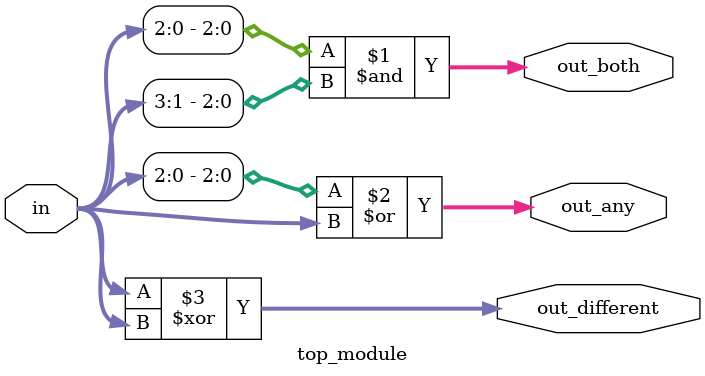
<source format=sv>
module top_module (
    input [3:0] in,
    output [2:0] out_both,
    output [3:0] out_any,
    output [3:0] out_different
);

assign out_both = in[2:0] & in[3:1];
assign out_any = in[2:0] | in[3:0];
assign out_different = in ^ {in[3:1], in[0]};

endmodule

</source>
